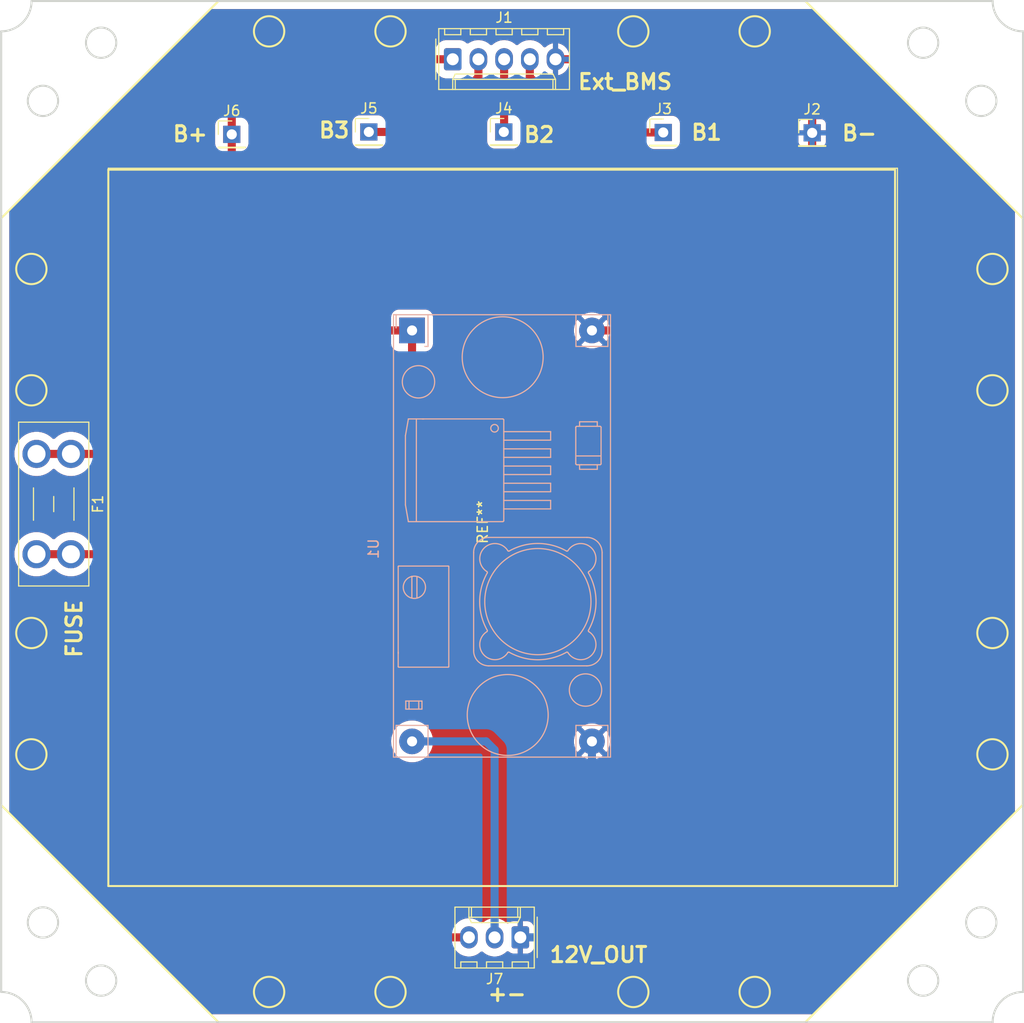
<source format=kicad_pcb>
(kicad_pcb (version 20211014) (generator pcbnew)
  (layers (0 "F.Cu" signal) (31 "B.Cu" signal) (34 "B.Paste" user) (35 "F.Paste" user) (36 "B.SilkS" user "B.Silkscreen") (37 "F.SilkS" user "F.Silkscreen") (38 "B.Mask" user) (39 "F.Mask" user) (44 "Edge.Cuts" user))
  (net 0 "")
  (net 1 "Net-(F1-Pad1)")
  (net 2 "Net-(F1-Pad2)")
  (net 3 "Net-(J1-Pad2)")
  (net 4 "Net-(J1-Pad3)")
  (net 5 "Net-(J1-Pad4)")
  (net 6 "GND")
  (net 7 "Net-(U1-Pad4)")
  (footprint "Connector_PinHeader_2.54mm:PinHeader_1x01_P2.54mm_Vertical" (layer "F.Cu") (at 143.15 59.27)
    (fp_text reference "J5" (at 0 -2.33) (layer "F.SilkS"))
    (fp_text value "Conn_01x01_Male")
    (fp_line (start 1.33 1.27) (end 1.33 1.33) (layer "F.SilkS") (width 0.12))
    (fp_line (start -1.33 1.27) (end 1.33 1.27) (layer "F.SilkS") (width 0.12))
    (fp_line (start -1.33 -1.33) (end 0 -1.33) (layer "F.SilkS") (width 0.12))
    (fp_line (start -1.33 1.27) (end -1.33 1.33) (layer "F.SilkS") (width 0.12))
    (fp_line (start -1.33 0) (end -1.33 -1.33) (layer "F.SilkS") (width 0.12))
    (fp_line (start -1.33 1.33) (end 1.33 1.33) (layer "F.SilkS") (width 0.12))
    (pad "1" thru_hole rect (at 0 0) (size 1.7 1.7) (drill 1) (layers *.Cu *.Mask) (net 3 "Net-(J1-Pad2)"))
  )
  (footprint "Connector_PinHeader_2.54mm:PinHeader_1x01_P2.54mm_Vertical" (layer "F.Cu") (at 129.6 59.51)
    (fp_text reference "J6" (at 0 -2.33) (layer "F.SilkS"))
    (fp_text value "Conn_01x01_Male")
    (fp_line (start -1.33 -1.33) (end 0 -1.33) (layer "F.SilkS") (width 0.12))
    (fp_line (start -1.33 1.27) (end 1.33 1.27) (layer "F.SilkS") (width 0.12))
    (fp_line (start -1.33 1.27) (end -1.33 1.33) (layer "F.SilkS") (width 0.12))
    (fp_line (start -1.33 0) (end -1.33 -1.33) (layer "F.SilkS") (width 0.12))
    (fp_line (start -1.33 1.33) (end 1.33 1.33) (layer "F.SilkS") (width 0.12))
    (fp_line (start 1.33 1.27) (end 1.33 1.33) (layer "F.SilkS") (width 0.12))
    (pad "1" thru_hole rect (at 0 0) (size 1.7 1.7) (drill 1) (layers *.Cu *.Mask) (net 1 "Net-(F1-Pad1)"))
  )
  (footprint "Fuse:Fuseholder_Blade_Mini_Keystone_3568" (layer "F.Cu") (at 113.7 91.11 -90)
    (fp_text reference "F1" (at 4.96 -2.67 90) (layer "F.SilkS"))
    (fp_text value "Fuse")
    (fp_line (start -3.14 -1.77) (end -3.14 5.17) (layer "F.SilkS") (width 0.12))
    (fp_line (start 6.56 3.7) (end 3.36 3.7) (layer "F.SilkS") (width 0.12))
    (fp_line (start 13.06 -1.77) (end -3.14 -1.77) (layer "F.SilkS") (width 0.12))
    (fp_line (start -3.14 5.17) (end 13.06 5.17) (layer "F.SilkS") (width 0.12))
    (fp_line (start 4.21 1.7) (end 5.71 1.7) (layer "F.SilkS") (width 0.12))
    (fp_line (start 13.06 5.17) (end 13.06 -1.77) (layer "F.SilkS") (width 0.12))
    (fp_line (start 3.36 -0.3) (end 6.56 -0.3) (layer "F.SilkS") (width 0.12))
    (pad "1" thru_hole circle (at 0 0 270) (size 2.78 2.78) (drill 1.78) (layers *.Cu *.Mask) (net 1 "Net-(F1-Pad1)"))
    (pad "1" thru_hole circle (at 0 3.4 270) (size 2.78 2.78) (drill 1.78) (layers *.Cu *.Mask) (net 1 "Net-(F1-Pad1)"))
    (pad "2" thru_hole circle (at 9.92 0 270) (size 2.78 2.78) (drill 1.78) (layers *.Cu *.Mask) (net 2 "Net-(F1-Pad2)"))
    (pad "2" thru_hole circle (at 9.92 3.4 270) (size 2.78 2.78) (drill 1.78) (layers *.Cu *.Mask) (net 2 "Net-(F1-Pad2)"))
  )
  (footprint "Connector_Molex:Molex_KK-254_AE-6410-03A_1x03_P2.54mm_Vertical" (layer "F.Cu") (at 158.12 138.92 180)
    (fp_text reference "J7" (at 2.54 -4.12 180) (layer "F.SilkS"))
    (fp_text value "Conn_01x02_Male")
    (fp_line (start 5.08 1.99) (end 5.08 2.99) (layer "F.SilkS") (width 0.12))
    (fp_line (start -1.38 2.99) (end 6.46 2.99) (layer "F.SilkS") (width 0.12))
    (fp_line (start 6.46 -3.03) (end -1.38 -3.03) (layer "F.SilkS") (width 0.12))
    (fp_line (start 5.88 -2.43) (end 5.88 -3.03) (layer "F.SilkS") (width 0.12))
    (fp_line (start 6.46 2.99) (end 6.46 -3.03) (layer "F.SilkS") (width 0.12))
    (fp_line (start 1.74 -3.03) (end 1.74 -2.43) (layer "F.SilkS") (width 0.12))
    (fp_line (start -0.8 -3.03) (end -0.8 -2.43) (layer "F.SilkS") (width 0.12))
    (fp_line (start 3.34 -2.43) (end 3.34 -3.03) (layer "F.SilkS") (width 0.12))
    (fp_line (start 1.74 -2.43) (end 3.34 -2.43) (layer "F.SilkS") (width 0.12))
    (fp_line (start 0.25 1.46) (end 4.83 1.46) (layer "F.SilkS") (width 0.12))
    (fp_line (start 0 2.99) (end 0 1.99) (layer "F.SilkS") (width 0.12))
    (fp_line (start 0.25 2.99) (end 0.25 1.99) (layer "F.SilkS") (width 0.12))
    (fp_line (start -1.38 -3.03) (end -1.38 2.99) (layer "F.SilkS") (width 0.12))
    (fp_line (start 4.28 -2.43) (end 5.88 -2.43) (layer "F.SilkS") (width 0.12))
    (fp_line (start 4.83 2.99) (end 4.83 1.99) (layer "F.SilkS") (width 0.12))
    (fp_line (start 0.8 -2.43) (end 0.8 -3.03) (layer "F.SilkS") (width 0.12))
    (fp_line (start 4.28 -3.03) (end 4.28 -2.43) (layer "F.SilkS") (width 0.12))
    (fp_line (start 4.83 1.46) (end 5.08 1.99) (layer "F.SilkS") (width 0.12))
    (fp_line (start -0.8 -2.43) (end 0.8 -2.43) (layer "F.SilkS") (width 0.12))
    (fp_line (start -1.67 -2) (end -1.67 2) (layer "F.SilkS") (width 0.12))
    (fp_line (start 0 1.99) (end 5.08 1.99) (layer "F.SilkS") (width 0.12))
    (fp_line (start 0 1.99) (end 0.25 1.46) (layer "F.SilkS") (width 0.12))
    (pad "1" thru_hole roundrect (at 0 0 180) (size 1.74 2.19) (drill 1.19) (layers *.Cu *.Mask) (roundrect_rratio 0.143678) (net 6 "GND"))
    (pad "2" thru_hole oval (at 2.54 0 180) (size 1.74 2.19) (drill 1.19) (layers *.Cu *.Mask) (net 7 "Net-(U1-Pad4)"))
    (pad "3" thru_hole oval (at 5.08 0 180) (size 1.74 2.19) (drill 1.19) (layers *.Cu *.Mask) (net 2 "Net-(F1-Pad2)"))
  )
  (footprint "Connector_PinHeader_2.54mm:PinHeader_1x01_P2.54mm_Vertical" (layer "F.Cu") (at 156.49 59.27)
    (fp_text reference "J4" (at 0 -2.33) (layer "F.SilkS"))
    (fp_text value "Conn_01x01_Male")
    (fp_line (start -1.33 1.27) (end -1.33 1.33) (layer "F.SilkS") (width 0.12))
    (fp_line (start 1.33 1.27) (end 1.33 1.33) (layer "F.SilkS") (width 0.12))
    (fp_line (start -1.33 -1.33) (end 0 -1.33) (layer "F.SilkS") (width 0.12))
    (fp_line (start -1.33 1.33) (end 1.33 1.33) (layer "F.SilkS") (width 0.12))
    (fp_line (start -1.33 1.27) (end 1.33 1.27) (layer "F.SilkS") (width 0.12))
    (fp_line (start -1.33 0) (end -1.33 -1.33) (layer "F.SilkS") (width 0.12))
    (pad "1" thru_hole rect (at 0 0) (size 1.7 1.7) (drill 1) (layers *.Cu *.Mask) (net 4 "Net-(J1-Pad3)"))
  )
  (footprint "Connector_PinHeader_2.54mm:PinHeader_1x01_P2.54mm_Vertical" (layer "F.Cu") (at 186.97 59.36)
    (fp_text reference "J2" (at 0 -2.33) (layer "F.SilkS"))
    (fp_text value "Conn_01x01_Male")
    (fp_line (start -1.33 1.33) (end 1.33 1.33) (layer "F.SilkS") (width 0.12))
    (fp_line (start -1.33 -1.33) (end 0 -1.33) (layer "F.SilkS") (width 0.12))
    (fp_line (start -1.33 0) (end -1.33 -1.33) (layer "F.SilkS") (width 0.12))
    (fp_line (start -1.33 1.27) (end 1.33 1.27) (layer "F.SilkS") (width 0.12))
    (fp_line (start 1.33 1.27) (end 1.33 1.33) (layer "F.SilkS") (width 0.12))
    (fp_line (start -1.33 1.27) (end -1.33 1.33) (layer "F.SilkS") (width 0.12))
    (pad "1" thru_hole rect (at 0 0) (size 1.7 1.7) (drill 1) (layers *.Cu *.Mask) (net 6 "GND"))
  )
  (footprint "Connector_Molex:Molex_KK-254_AE-6410-05A_1x05_P2.54mm_Vertical" (layer "F.Cu") (at 151.44 52.08)
    (fp_text reference "J1" (at 5.08 -4.12) (layer "F.SilkS"))
    (fp_text value "Conn_01x05_Male")
    (fp_line (start 9.36 -2.43) (end 10.96 -2.43) (layer "F.SilkS") (width 0.12))
    (fp_line (start 0.25 1.46) (end 9.91 1.46) (layer "F.SilkS") (width 0.12))
    (fp_line (start 4.28 -2.43) (end 5.88 -2.43) (layer "F.SilkS") (width 0.12))
    (fp_line (start 6.82 -2.43) (end 8.42 -2.43) (layer "F.SilkS") (width 0.12))
    (fp_line (start 1.74 -2.43) (end 3.34 -2.43) (layer "F.SilkS") (width 0.12))
    (fp_line (start -1.67 -2) (end -1.67 2) (layer "F.SilkS") (width 0.12))
    (fp_line (start 9.91 1.46) (end 10.16 1.99) (layer "F.SilkS") (width 0.12))
    (fp_line (start 9.91 2.99) (end 9.91 1.99) (layer "F.SilkS") (width 0.12))
    (fp_line (start -0.8 -2.43) (end 0.8 -2.43) (layer "F.SilkS") (width 0.12))
    (fp_line (start 4.28 -3.03) (end 4.28 -2.43) (layer "F.SilkS") (width 0.12))
    (fp_line (start -0.8 -3.03) (end -0.8 -2.43) (layer "F.SilkS") (width 0.12))
    (fp_line (start -1.38 2.99) (end 11.54 2.99) (layer "F.SilkS") (width 0.12))
    (fp_line (start 10.16 1.99) (end 10.16 2.99) (layer "F.SilkS") (width 0.12))
    (fp_line (start 11.54 -3.03) (end -1.38 -3.03) (layer "F.SilkS") (width 0.12))
    (fp_line (start 1.74 -3.03) (end 1.74 -2.43) (layer "F.SilkS") (width 0.12))
    (fp_line (start 10.96 -2.43) (end 10.96 -3.03) (layer "F.SilkS") (width 0.12))
    (fp_line (start 0 1.99) (end 0.25 1.46) (layer "F.SilkS") (width 0.12))
    (fp_line (start 11.54 2.99) (end 11.54 -3.03) (layer "F.SilkS") (width 0.12))
    (fp_line (start -1.38 -3.03) (end -1.38 2.99) (layer "F.SilkS") (width 0.12))
    (fp_line (start 0 1.99) (end 10.16 1.99) (layer "F.SilkS") (width 0.12))
    (fp_line (start 8.42 -2.43) (end 8.42 -3.03) (layer "F.SilkS") (width 0.12))
    (fp_line (start 0 2.99) (end 0 1.99) (layer "F.SilkS") (width 0.12))
    (fp_line (start 5.88 -2.43) (end 5.88 -3.03) (layer "F.SilkS") (width 0.12))
    (fp_line (start 6.82 -3.03) (end 6.82 -2.43) (layer "F.SilkS") (width 0.12))
    (fp_line (start 3.34 -2.43) (end 3.34 -3.03) (layer "F.SilkS") (width 0.12))
    (fp_line (start 0.8 -2.43) (end 0.8 -3.03) (layer "F.SilkS") (width 0.12))
    (fp_line (start 9.36 -3.03) (end 9.36 -2.43) (layer "F.SilkS") (width 0.12))
    (fp_line (start 0.25 2.99) (end 0.25 1.99) (layer "F.SilkS") (width 0.12))
    (pad "1" thru_hole roundrect (at 0 0) (size 1.74 2.19) (drill 1.19) (layers *.Cu *.Mask) (roundrect_rratio 0.143678) (net 1 "Net-(F1-Pad1)"))
    (pad "2" thru_hole oval (at 2.54 0) (size 1.74 2.19) (drill 1.19) (layers *.Cu *.Mask) (net 3 "Net-(J1-Pad2)"))
    (pad "3" thru_hole oval (at 5.08 0) (size 1.74 2.19) (drill 1.19) (layers *.Cu *.Mask) (net 4 "Net-(J1-Pad3)"))
    (pad "4" thru_hole oval (at 7.62 0) (size 1.74 2.19) (drill 1.19) (layers *.Cu *.Mask) (net 5 "Net-(J1-Pad4)"))
    (pad "5" thru_hole oval (at 10.16 0) (size 1.74 2.19) (drill 1.19) (layers *.Cu *.Mask) (net 6 "GND"))
  )
  (footprint "soporteplasticobaterias:plastico" (layer "F.Cu") (at 117.4 133.86 90)
    (fp_text reference "REF**" (at 36 37 90 unlocked) (layer "F.SilkS"))
    (fp_text value "plastico")
    (fp_line (start 71 0) (end 71 78) (layer "F.SilkS") (width 0.12))
    (fp_line (start 0 78) (end 0 0) (layer "F.SilkS") (width 0.12))
    (fp_line (start 0 0) (end 71 0) (layer "F.SilkS") (width 0.12))
    (fp_line (start 71 78) (end 0 78) (layer "F.SilkS") (width 0.12))
  )
  (footprint "Connector_PinHeader_2.54mm:PinHeader_1x01_P2.54mm_Vertical" (layer "F.Cu") (at 172.25 59.32)
    (fp_text reference "J3" (at 0 -2.33) (layer "F.SilkS"))
    (fp_text value "Conn_01x01_Male")
    (fp_line (start -1.33 1.33) (end 1.33 1.33) (layer "F.SilkS") (width 0.12))
    (fp_line (start -1.33 -1.33) (end 0 -1.33) (layer "F.SilkS") (width 0.12))
    (fp_line (start -1.33 1.27) (end 1.33 1.27) (layer "F.SilkS") (width 0.12))
    (fp_line (start -1.33 0) (end -1.33 -1.33) (layer "F.SilkS") (width 0.12))
    (fp_line (start -1.33 1.27) (end -1.33 1.33) (layer "F.SilkS") (width 0.12))
    (fp_line (start 1.33 1.27) (end 1.33 1.33) (layer "F.SilkS") (width 0.12))
    (pad "1" thru_hole rect (at 0 0) (size 1.7 1.7) (drill 1) (layers *.Cu *.Mask) (net 5 "Net-(J1-Pad4)"))
  )
  (footprint "LM2596:YAAJ_DCDC_StepDown_LM2596" (layer "B.Cu") (at 147.42 78.9 -90)
    (fp_text reference "U1" (at 21.59 3.81 90) (layer "B.SilkS") (effects (justify mirror)))
    (fp_text value "YAAJ_DCDC_StepDown_LM2596")
    (fp_line (start 39.06 -19.36) (end 42.175 -19.36) (layer "B.SilkS") (width 0.12))
    (fp_line (start 24.348594 -0.007294) (end 24.355764 0.023925) (layer "B.SilkS") (width 0.12))
    (fp_line (start 33.299783 1.317705) (end 33.299783 -3.582294) (layer "B.SilkS") (width 0.12))
    (fp_line (start 24.348594 -0.007294) (end 24.324147 -0.002062) (layer "B.SilkS") (width 0.12))
    (fp_line (start 39.06 -1.58) (end 39.06 1.58) (layer "B.SilkS") (width 0.12))
    (fp_line (start 11.710233 -13.69667) (end 12.550233 -13.69667) (layer "B.SilkS") (width 0.12))
    (fp_line (start 8.750233 -8.989106) (end 8.827797 -9.06667) (layer "B.SilkS") (width 0.12))
    (fp_line (start -1.55 -16.2) (end 1.58 -16.2) (layer "B.SilkS") (width 0.12))
    (fp_line (start 13.731636 -16.558217) (end 13.731636 -18.308217) (layer "B.SilkS") (width 0.12))
    (fp_line (start 9.581636 -16.183217) (end 13.181636 -16.183217) (layer "B.SilkS") (width 0.12))
    (fp_line (start 33.167397 -17.285796) (end 33.167397 -7.585796) (layer "B.SilkS") (width 0.12))
    (fp_line (start 16.810233 -13.69667) (end 16.810233 -9.06667) (layer "B.SilkS") (width 0.12))
    (fp_line (start 9.481636 -18.583217) (end 9.481636 -16.283217) (layer "B.SilkS") (width 0.12))
    (fp_line (start 18.83267 -9.06667) (end 18.910233 -8.989106) (layer "B.SilkS") (width 0.12))
    (fp_line (start 8.827797 -9.06667) (end 18.83267 -9.06667) (layer "B.SilkS") (width 0.12))
    (fp_line (start 10.010233 -13.69667) (end 10.010233 -9.06667) (layer "B.SilkS") (width 0.12))
    (fp_line (start 37.448681 0.619704) (end 36.648681 0.619704) (layer "B.SilkS") (width 0.12))
    (fp_line (start 9.031636 -16.558217) (end 9.481636 -16.558217) (layer "B.SilkS") (width 0.12))
    (fp_line (start 39.06 -16.2) (end 42.175 -16.2) (layer "B.SilkS") (width 0.12))
    (fp_line (start 15.110233 -13.69667) (end 15.110233 -9.06667) (layer "B.SilkS") (width 0.12))
    (fp_line (start 31.858978 1.368705) (end 31.814106 1.368705) (layer "B.SilkS") (width 0.12))
    (fp_line (start 17.260233 0.653329) (end 18.910233 0.36239) (layer "B.SilkS") (width 0.12))
    (fp_line (start 8.749233 -1.004149) (end 8.749233 -1.165687) (layer "B.SilkS") (width 0.12))
    (fp_line (start 24.336385 0.0491) (end 24.360553 0.017705) (layer "B.SilkS") (width 0.12))
    (fp_line (start 9.031636 -18.308217) (end 9.031636 -16.558217) (layer "B.SilkS") (width 0.12))
    (fp_line (start -1.55 -19.36) (end 1.58 -19.36) (layer "B.SilkS") (width 0.12))
    (fp_line (start 11.710233 -13.69667) (end 11.710233 -9.06667) (layer "B.SilkS") (width 0.12))
    (fp_line (start 23.299783 -3.582294) (end 23.299783 1.317705) (layer "B.SilkS") (width 0.12))
    (fp_line (start 12.550233 -13.69667) (end 12.550233 -9.06667) (layer "B.SilkS") (width 0.12))
    (fp_line (start 26.439014 0.017705) (end 24.360553 0.017705) (layer "B.SilkS") (width 0.12))
    (fp_line (start -1.55 1.58) (end -0.25 1.58) (layer "B.SilkS") (width 0.12))
    (fp_line (start 23.349783 1.367705) (end 33.249783 1.367705) (layer "B.SilkS") (width 0.12))
    (fp_line (start 14.250233 -13.69667) (end 14.250233 -9.06667) (layer "B.SilkS") (width 0.12))
    (fp_line (start 13.281636 -16.283217) (end 13.281636 -18.583217) (layer "B.SilkS") (width 0.12))
    (fp_line (start 10.400233 0.653329) (end 17.260233 0.653329) (layer "B.SilkS") (width 0.12))
    (fp_line (start 37.448681 -0.980295) (end 36.648681 -0.980295) (layer "B.SilkS") (width 0.12))
    (fp_line (start 20.467397 -7.585796) (end 20.467397 -17.285796) (layer "B.SilkS") (width 0.12))
    (fp_line (start 31.667397 -6.085796) (end 21.967397 -6.085796) (layer "B.SilkS") (width 0.12))
    (fp_line (start 42.195 -19.615) (end 42.195 1.835) (layer "B.SilkS") (width 0.12))
    (fp_line (start -1.555 -19.615) (end 42.195 -19.615) (layer "B.SilkS") (width 0.12))
    (fp_line (start 10.010233 -13.69667) (end 10.850233 -13.69667) (layer "B.SilkS") (width 0.12))
    (fp_line (start 18.910233 -0.42667) (end 8.750233 -0.42667) (layer "B.SilkS") (width 0.12))
    (fp_line (start 36.648681 -0.980295) (end 36.648681 0.619704) (layer "B.SilkS") (width 0.12))
    (fp_line (start 33.249783 -3.632294) (end 23.349783 -3.632294) (layer "B.SilkS") (width 0.12))
    (fp_line (start 8.750233 0.36239) (end 10.400233 0.653329) (layer "B.SilkS") (width 0.12))
    (fp_line (start 13.282636 -16.794696) (end 13.282636 -16.700144) (layer "B.SilkS") (width 0.12))
    (fp_line (start 36.648681 0.299704) (end 37.448681 0.299704) (layer "B.SilkS") (width 0.12))
    (fp_line (start 13.410233 -13.69667) (end 14.250233 -13.69667) (layer "B.SilkS") (width 0.12))
    (fp_line (start -1.55 -1.575) (end 1.58 -1.58) (layer "B.SilkS") (width 0.12))
    (fp_line (start 1.58 -16.2) (end 1.58 -19.36) (layer "B.SilkS") (width 0.12))
    (fp_line (start 31.942312 1.368705) (end 31.908357 1.368705) (layer "B.SilkS") (width 0.12))
    (fp_line (start 13.281636 -16.558217) (end 13.731636 -16.558217) (layer "B.SilkS") (width 0.12))
    (fp_line (start 9.481636 -18.308217) (end 9.031636 -18.308217) (layer "B.SilkS") (width 0.12))
    (fp_line (start 16.810233 -13.69667) (end 17.650233 -13.69667) (layer "B.SilkS") (width 0.12))
    (fp_line (start 21.967397 -18.785796) (end 31.667397 -18.785796) (layer "B.SilkS") (width 0.12))
    (fp_line (start 13.410233 -13.69667) (end 13.410233 -9.06667) (layer "B.SilkS") (width 0.12))
    (fp_line (start 13.731636 -18.308217) (end 13.281636 -18.308217) (layer "B.SilkS") (width 0.12))
    (fp_line (start 15.950233 -13.69667) (end 15.950233 -9.06667) (layer "B.SilkS") (width 0.12))
    (fp_line (start -1.555 1.835) (end -1.555 -19.615) (layer "B.SilkS") (width 0.12))
    (fp_line (start 1.58 -1.27) (end 1.58 -1.58) (layer "B.SilkS") (width 0.12))
    (fp_line (start 17.650233 -13.69667) (end 17.650233 -9.06667) (layer "B.SilkS") (width 0.12))
    (fp_line (start 8.750233 -8.989106) (end 8.750233 0.36239) (layer "B.SilkS") (width 0.12))
    (fp_line (start 10.850233 -13.69667) (end 10.850233 -9.06667) (layer "B.SilkS") (width 0.12))
    (fp_line (start 24.360553 -0.482294) (end 26.439014 -0.482294) (layer "B.SilkS") (width 0.12))
    (fp_line (start 39.06 1.58) (end 42.175 1.58) (layer "B.SilkS") (width 0.12))
    (fp_line (start 15.110233 -13.69667) (end 15.950233 -13.69667) (layer "B.SilkS") (width 0.12))
    (fp_line (start 13.181636 -18.683217) (end 9.581636 -18.683217) (layer "B.SilkS") (width 0.12))
    (fp_line (start 24.348594 -0.007294) (end 24.360553 0.017705) (layer "B.SilkS") (width 0.12))
    (fp_line (start 18.910233 -8.989106) (end 18.910233 0.36239) (layer "B.SilkS") (width 0.12))
    (fp_line (start 39.06 -1.58) (end 42.22 -1.58) (layer "B.SilkS") (width 0.12))
    (fp_line (start 42.195 1.835) (end -1.555 1.835) (layer "B.SilkS") (width 0.12))
    (fp_line (start 37.448681 -0.660295) (end 36.648681 -0.660295) (layer "B.SilkS") (width 0.12))
    (fp_line (start 37.448681 0.619704) (end 37.448681 -0.980295) (layer "B.SilkS") (width 0.12))
    (fp_line (start 39.06 -19.36) (end 39.06 -16.2) (layer "B.SilkS") (width 0.12))
    (fp_line (start 12.411358 -16.283217) (end 12.411358 -18.583217) (layer "B.SilkS") (width 0.12))
    (fp_arc (start 23.299783 -3.582294) (mid 23.314425 -3.617659) (end 23.349783 -3.632294) (layer "B.SilkS") (width 0.12))
    (fp_arc (start 21.815218 -9.600183) (mid 21.825121 -9.526258) (end 21.781131 -9.46601) (layer "B.SilkS") (width 0.12))
    (fp_arc (start 23.847611 -7.399531) (mid 21.514149 -7.13255) (end 21.781132 -9.466011) (layer "B.SilkS") (width 0.12))
    (fp_arc (start 23.981783 -17.437976) (mid 23.907858 -17.428073) (end 23.847611 -17.472062) (layer "B.SilkS") (width 0.12))
    (fp_arc (start 31.853662 -9.466011) (mid 31.809641 -9.526251) (end 31.819577 -9.600184) (layer "B.SilkS") (width 0.12))
    (fp_arc (start 23.349783 1.367705) (mid 23.314437 1.353055) (end 23.299783 1.317705) (layer "B.SilkS") (width 0.12))
    (fp_arc (start 33.249783 -3.632294) (mid 33.285147 -3.617655) (end 33.299783 -3.582294) (layer "B.SilkS") (width 0.12))
    (fp_arc (start 24.336385 -0.51369) (mid 26.469639 0.023582) (end 24.324148 -0.462527) (layer "B.SilkS") (width 0.12))
    (fp_arc (start 31.819576 -15.27141) (mid 31.809669 -15.345338) (end 31.853663 -15.405583) (layer "B.SilkS") (width 0.12))
    (fp_arc (start 29.787183 -17.472062) (mid 32.120652 -17.739051) (end 31.853662 -15.405582) (layer "B.SilkS") (width 0.12))
    (fp_arc (start 31.853662 -9.466011) (mid 32.120698 -7.132504) (end 29.787183 -7.399531) (layer "B.SilkS") (width 0.12))
    (fp_arc (start 33.167397 -7.585796) (mid 32.728056 -6.525139) (end 31.667397 -6.085796) (layer "B.SilkS") (width 0.12))
    (fp_arc (start 9.481636 -18.583217) (mid 9.510934 -18.653904) (end 9.581636 -18.683217) (layer "B.SilkS") (width 0.12))
    (fp_arc (start 20.467397 -17.285796) (mid 20.906735 -18.34646) (end 21.967397 -18.785796) (layer "B.SilkS") (width 0.12))
    (fp_arc (start 33.299783 1.317705) (mid 33.285136 1.353051) (end 33.249783 1.367705) (layer "B.SilkS") (width 0.12))
    (fp_arc (start 29.653011 -7.433617) (mid 29.726938 -7.443524) (end 29.787183 -7.399531) (layer "B.SilkS") (width 0.12))
    (fp_arc (start 31.667397 -18.785796) (mid 32.728058 -18.346457) (end 33.167397 -17.285796) (layer "B.SilkS") (width 0.12))
    (fp_arc (start 9.581636 -16.183217) (mid 9.510908 -16.212495) (end 9.481636 -16.283217) (layer "B.SilkS") (width 0.12))
    (fp_arc (start 13.181636 -18.683217) (mid 13.252329 -18.653916) (end 13.281636 -18.583217) (layer "B.SilkS") (width 0.12))
    (fp_arc (start 21.967397 -6.085796) (mid 20.906737 -6.525137) (end 20.467397 -7.585796) (layer "B.SilkS") (width 0.12))
    (fp_arc (start 21.781132 -15.405582) (mid 21.514097 -17.739104) (end 23.847611 -17.472062) (layer "B.SilkS") (width 0.12))
    (fp_arc (start 13.281636 -16.283217) (mid 13.252355 -16.212483) (end 13.181636 -16.183217) (layer "B.SilkS") (width 0.12))
    (fp_arc (start 23.847611 -7.399531) (mid 23.90785 -7.443555) (end 23.981783 -7.433617) (layer "B.SilkS") (width 0.12))
    (fp_arc (start 29.787183 -17.472062) (mid 29.726944 -17.428045) (end 29.653011 -17.437976) (layer "B.SilkS") (width 0.12))
    (fp_arc (start 29.653011 -7.433617) (mid 26.817398 -6.685796) (end 23.981784 -7.433617) (layer "B.SilkS") (width 0.12))
    (fp_arc (start 23.981783 -17.437976) (mid 26.817397 -18.185797) (end 29.653011 -17.437976) (layer "B.SilkS") (width 0.12))
    (fp_arc (start 31.819576 -15.27141) (mid 32.567396 -12.435797) (end 31.819576 -9.600183) (layer "B.SilkS") (width 0.12))
    (fp_arc (start 21.815218 -9.600183) (mid 21.067396 -12.435797) (end 21.815218 -15.27141) (layer "B.SilkS") (width 0.12))
    (fp_arc (start 21.781132 -15.405582) (mid 21.825151 -15.345343) (end 21.815217 -15.271409) (layer "B.SilkS") (width 0.12))
    (fp_circle (center 38.029307 -9.455206) (end 42.029307 -9.455206) (layer "B.SilkS") (width 0.12) (fill none))
    (fp_circle (center 2.646666 -8.957418) (end 6.646666 -8.957418) (layer "B.SilkS") (width 0.12) (fill none))
    (fp_circle (center 9.673179 -8.154594) (end 10.048179 -8.154594) (layer "B.SilkS") (width 0.12) (fill none))
    (fp_circle (center 26.817397 -12.435796) (end 32.067397 -12.435796) (layer "B.SilkS") (width 0.12) (fill none))
    (fp_circle (center 35.56 -17.145) (end 37.159 -17.145) (layer "B.SilkS") (width 0.12) (fill none))
    (fp_circle (center 5.08 -0.635) (end 6.678999 -0.635) (layer "B.SilkS") (width 0.12) (fill none))
    (pad "1" thru_hole rect locked (at 0 0 270) (size 2.54 2.54) (drill 1) (layers *.Cu *.Mask) (net 2 "Net-(F1-Pad2)"))
    (pad "2" thru_hole circle locked (at 0 -17.78 270) (size 2.54 2.54) (drill 1) (layers *.Cu *.Mask) (net 6 "GND"))
    (pad "3" thru_hole circle locked (at 40.64 -17.78 270) (size 2.54 2.54) (drill 1) (layers *.Cu *.Mask) (net 6 "GND"))
    (pad "4" thru_hole circle locked (at 40.64 0 270) (size 2.54 2.54) (drill 1) (layers *.Cu *.Mask) (net 7 "Net-(U1-Pad4)"))
  )
  (gr_circle (center 181.29 144.32) (end 182.79 144.32) (layer "F.SilkS") (width 0.2) (fill none))
  (gr_circle (center 109.79 72.82) (end 111.29 72.82) (layer "F.SilkS") (width 0.2) (fill none))
  (gr_circle (center 169.29 49.32) (end 170.79 49.32) (layer "F.SilkS") (width 0.2) (fill none))
  (gr_line (start 195.162928 133.844173) (end 195.162928 63.000131) (layer "F.SilkS") (width 0.2))
  (gr_line (start 186.29 46.32) (end 207.79 67.82) (layer "F.SilkS") (width 0.2))
  (gr_line (start 186.29 147.32) (end 128.29 147.32) (layer "F.SilkS") (width 0.2))
  (gr_line (start 195.162928 63.000131) (end 117.397242 63.000131) (layer "F.SilkS") (width 0.2))
  (gr_circle (center 133.29 49.32) (end 134.79 49.32) (layer "F.SilkS") (width 0.2) (fill none))
  (gr_circle (center 109.79 108.82) (end 111.29 108.82) (layer "F.SilkS") (width 0.2) (fill none))
  (gr_line (start 106.79 67.82) (end 128.29 46.32) (layer "F.SilkS") (width 0.2))
  (gr_line (start 207.79 125.82) (end 186.29 147.32) (layer "F.SilkS") (width 0.2))
  (gr_circle (center 145.29 144.32) (end 146.79 144.32) (layer "F.SilkS") (width 0.2) (fill none))
  (gr_line (start 106.79 125.82) (end 106.79 67.82) (layer "F.SilkS") (width 0.2))
  (gr_line (start 128.29 147.32) (end 106.79 125.82) (layer "F.SilkS") (width 0.2))
  (gr_line (start 117.397242 63.000131) (end 117.397242 133.844173) (layer "F.SilkS") (width 0.2))
  (gr_line (start 117.397242 133.844173) (end 195.162928 133.844173) (layer "F.SilkS") (width 0.2))
  (gr_line (start 128.29 46.32) (end 186.29 46.32) (layer "F.SilkS") (width 0.2))
  (gr_line (start 207.79 67.82) (end 207.79 125.82) (layer "F.SilkS") (width 0.2))
  (gr_circle (center 133.29 144.32) (end 134.79 144.32) (layer "F.SilkS") (width 0.2) (fill none))
  (gr_circle (center 204.79 84.82) (end 206.29 84.82) (layer "F.SilkS") (width 0.2) (fill none))
  (gr_circle (center 145.29 49.32) (end 146.79 49.32) (layer "F.SilkS") (width 0.2) (fill none))
  (gr_circle (center 109.79 120.82) (end 111.29 120.82) (layer "F.SilkS") (width 0.2) (fill none))
  (gr_circle (center 204.79 108.82) (end 206.29 108.82) (layer "F.SilkS") (width 0.2) (fill none))
  (gr_circle (center 109.79 84.82) (end 111.29 84.82) (layer "F.SilkS") (width 0.2) (fill none))
  (gr_circle (center 204.79 120.82) (end 206.29 120.82) (layer "F.SilkS") (width 0.2) (fill none))
  (gr_circle (center 169.29 144.32) (end 170.79 144.32) (layer "F.SilkS") (width 0.2) (fill none))
  (gr_circle (center 204.79 72.82) (end 206.29 72.82) (layer "F.SilkS") (width 0.2) (fill none))
  (gr_circle (center 181.29 49.32) (end 182.79 49.32) (layer "F.SilkS") (width 0.2) (fill none))
  (gr_arc (start 207.81 49.32) (mid 205.68868 48.44132) (end 204.81 46.32) (layer "Edge.Cuts") (width 0.2))
  (gr_circle (center 116.685 143.195) (end 118.185 143.195) (layer "Edge.Cuts") (width 0.2) (fill none))
  (gr_circle (center 110.935 56.195) (end 112.435 56.195) (layer "Edge.Cuts") (width 0.2) (fill none))
  (gr_arc (start 204.81 147.32) (mid 205.68868 145.19868) (end 207.81 144.32) (layer "Edge.Cuts") (width 0.2))
  (gr_line (start 106.81 144.32) (end 106.81 49.32) (layer "Edge.Cuts") (width 0.2))
  (gr_line (start 204.81 147.32) (end 109.81 147.32) (layer "Edge.Cuts") (width 0.2))
  (gr_arc (start 109.81 46.32) (mid 108.93132 48.44132) (end 106.81 49.32) (layer "Edge.Cuts") (width 0.2))
  (gr_circle (center 197.935 143.195) (end 199.435 143.195) (layer "Edge.Cuts") (width 0.2) (fill none))
  (gr_circle (center 197.935 50.445) (end 199.435 50.445) (layer "Edge.Cuts") (width 0.2) (fill none))
  (gr_circle (center 203.685 56.195) (end 205.185 56.195) (layer "Edge.Cuts") (width 0.2) (fill none))
  (gr_circle (center 110.935 137.445) (end 112.435 137.445) (layer "Edge.Cuts") (width 0.2) (fill none))
  (gr_circle (center 203.685 137.445) (end 205.185 137.445) (layer "Edge.Cuts") (width 0.2) (fill none))
  (gr_line (start 109.81 46.32) (end 204.81 46.32) (layer "Edge.Cuts") (width 0.2))
  (gr_line (start 207.81 49.32) (end 207.81 144.32) (layer "Edge.Cuts") (width 0.2))
  (gr_arc (start 106.81 144.32) (mid 108.93132 145.19868) (end 109.81 147.32) (layer "Edge.Cuts") (width 0.2))
  (gr_circle (center 116.685 50.445) (end 118.185 50.445) (layer "Edge.Cuts") (width 0.2) (fill none))
  (gr_text "12V_OUT" (at 165.86 140.64) (layer "F.SilkS") (effects (font (size 1.5 1.5) (thickness 0.3))))
  (gr_text "B3" (at 139.72 59.1) (layer "F.SilkS") (effects (font (size 1.5 1.5) (thickness 0.3))))
  (gr_text "+-" (at 156.81 144.49) (layer "F.SilkS") (effects (font (size 1.5 1.5) (thickness 0.3))))
  (gr_text "B+" (at 125.49 59.47) (layer "F.SilkS") (effects (font (size 1.5 1.5) (thickness 0.3))))
  (gr_text "B2" (at 159.98 59.54) (layer "F.SilkS") (effects (font (size 1.5 1.5) (thickness 0.3))))
  (gr_text "Ext_BMS" (at 168.47 54.31) (layer "F.SilkS") (effects (font (size 1.5 1.5) (thickness 0.3))))
  (gr_text "B1" (at 176.53 59.32) (layer "F.SilkS") (effects (font (size 1.5 1.5) (thickness 0.3))))
  (gr_text "FUSE" (at 114.02 108.4 90) (layer "F.SilkS") (effects (font (size 1.5 1.5) (thickness 0.3))))
  (gr_text "B-" (at 191.64 59.39) (layer "F.SilkS") (effects (font (size 1.5 1.5) (thickness 0.3))))
  (segment (start 110.3 91.11) (end 113.7 91.11) (width 0.8) (layer "F.Cu") (net 1))
  (segment (start 151.44 52.08) (end 134.88 52.08) (width 0.8) (layer "F.Cu") (net 1))
  (segment (start 123.91 91.11) (end 113.7 91.11) (width 0.8) (layer "F.Cu") (net 1))
  (segment (start 129.6 57.38) (end 129.6 59.51) (width 0.8) (layer "F.Cu") (net 1))
  (segment (start 134.88 52.08) (end 129.59 57.37) (width 0.8) (layer "F.Cu") (net 1))
  (segment (start 129.6 59.51) (end 129.6 85.42) (width 0.8) (layer "F.Cu") (net 1))
  (segment (start 129.59 57.37) (end 129.6 57.38) (width 0.8) (layer "F.Cu") (net 1))
  (segment (start 129.6 85.42) (end 123.91 91.11) (width 0.8) (layer "F.Cu") (net 1))
  (segment (start 143.04 100.95) (end 147.42 96.57) (width 0.8) (layer "F.Cu") (net 2))
  (segment (start 153.04 138.92) (end 147.49 138.92) (width 0.8) (layer "F.Cu") (net 2))
  (segment (start 143.04 134.47) (end 143.04 100.95) (width 0.8) (layer "F.Cu") (net 2))
  (segment (start 113.7 101.03) (end 121.39 101.03) (width 0.8) (layer "F.Cu") (net 2))
  (segment (start 143.52 78.9) (end 147.42 78.9) (width 0.8) (layer "F.Cu") (net 2))
  (segment (start 121.39 101.03) (end 143.52 78.9) (width 0.8) (layer "F.Cu") (net 2))
  (segment (start 147.42 96.57) (end 147.42 78.9) (width 0.8) (layer "F.Cu") (net 2))
  (segment (start 147.49 138.92) (end 143.04 134.47) (width 0.8) (layer "F.Cu") (net 2))
  (segment (start 110.3 101.03) (end 113.7 101.03) (width 0.8) (layer "F.Cu") (net 2))
  (segment (start 153.98 52.08) (end 153.98 53.85) (width 0.8) (layer "F.Cu") (net 3))
  (segment (start 153.98 53.85) (end 148.56 59.27) (width 0.8) (layer "F.Cu") (net 3))
  (segment (start 148.56 59.27) (end 143.15 59.27) (width 0.8) (layer "F.Cu") (net 3))
  (segment (start 156.52 52.08) (end 156.52 59.24) (width 0.8) (layer "F.Cu") (net 4))
  (segment (start 156.52 59.24) (end 156.49 59.27) (width 0.8) (layer "F.Cu") (net 4))
  (segment (start 159.06 52.08) (end 159.06 53.85) (width 0.8) (layer "F.Cu") (net 5))
  (segment (start 159.06 53.85) (end 164.53 59.32) (width 0.8) (layer "F.Cu") (net 5))
  (segment (start 164.53 59.32) (end 172.25 59.32) (width 0.8) (layer "F.Cu") (net 5))
  (segment (start 179.63 78.9) (end 165.2 78.9) (width 0.8) (layer "F.Cu") (net 6))
  (segment (start 186.97 71.76) (end 179.73 79) (width 0.8) (layer "F.Cu") (net 6))
  (segment (start 186.97 59.36) (end 186.97 71.76) (width 0.8) (layer "F.Cu") (net 6))
  (segment (start 161.6 52.08) (end 182 52.08) (width 0.8) (layer "F.Cu") (net 6))
  (segment (start 187.06 57.14) (end 186.97 57.23) (width 0.8) (layer "F.Cu") (net 6))
  (segment (start 186.97 57.23) (end 186.97 59.36) (width 0.8) (layer "F.Cu") (net 6))
  (segment (start 182 52.08) (end 187.06 57.14) (width 0.8) (layer "F.Cu") (net 6))
  (segment (start 179.73 79) (end 179.63 78.9) (width 0.8) (layer "F.Cu") (net 6))
  (segment (start 165.2 134.18) (end 160.46 138.92) (width 0.8) (layer "B.Cu") (net 6))
  (segment (start 165.2 119.54) (end 165.2 134.18) (width 0.8) (layer "B.Cu") (net 6))
  (segment (start 160.46 138.92) (end 158.12 138.92) (width 0.8) (layer "B.Cu") (net 6))
  (segment (start 147.42 119.54) (end 154.74 119.54) (width 0.8) (layer "B.Cu") (net 7))
  (segment (start 155.58 120.38) (end 155.58 138.92) (width 0.8) (layer "B.Cu") (net 7))
  (segment (start 154.74 119.54) (end 155.58 120.38) (width 0.8) (layer "B.Cu") (net 7))
  (zone (net 0) (net_name "") (layers F&B.Cu "Dwgs.User") (name "edge_cleanout") (connect_pads (clearance 0)) (min_thickness 0.254)
    (keepout (tracks not_allowed) (vias not_allowed) (pads not_allowed) (copperpour not_allowed) (footprints not_allowed))
    (fill (thermal_gap 0.508) (thermal_bridge_width 0.508))
    (polygon (pts (xy 186.365 46.285) (xy 204.805 46.285) (xy 207.775 49.255) (xy 207.775 67.645) (xy 207.835 67.705) (xy 207.835 67.755)))
  )
  (zone (net 0) (net_name "") (layers F&B.Cu "Dwgs.User") (name "edge_cleanout") (connect_pads (clearance 0)) (min_thickness 0.254)
    (keepout (tracks not_allowed) (vias not_allowed) (pads not_allowed) (copperpour not_allowed) (footprints not_allowed))
    (fill (thermal_gap 0.508) (thermal_bridge_width 0.508))
    (polygon (pts (xy 106.85 67.76) (xy 106.85 49.32) (xy 109.82 46.35) (xy 128.21 46.35) (xy 128.27 46.29) (xy 128.32 46.29)))
  )
  (zone (net 0) (net_name "") (layers F&B.Cu "Dwgs.User") (name "edge_cleanout") (connect_pads (clearance 0)) (min_thickness 0.254)
    (keepout (tracks not_allowed) (vias not_allowed) (pads not_allowed) (copperpour not_allowed) (footprints not_allowed))
    (fill (thermal_gap 0.508) (thermal_bridge_width 0.508))
    (polygon (pts (xy 128.305 147.345) (xy 109.865 147.345) (xy 106.895 144.375) (xy 106.895 125.985) (xy 106.835 125.925) (xy 106.835 125.875)))
  )
  (zone (net 0) (net_name "") (layers F&B.Cu "Dwgs.User") (name "edge_cleanout") (connect_pads (clearance 0)) (min_thickness 0.254)
    (keepout (tracks not_allowed) (vias not_allowed) (pads not_allowed) (copperpour not_allowed) (footprints not_allowed))
    (fill (thermal_gap 0.508) (thermal_bridge_width 0.508))
    (polygon (pts (xy 207.695 125.965) (xy 207.695 144.405) (xy 204.725 147.375) (xy 186.335 147.375) (xy 186.275 147.435) (xy 186.225 147.435)))
  )
  (zone (net 6) (net_name "GND") (layers F&B.Cu) (connect_pads (clearance 0.8)) (min_thickness 0.4) (fill yes (thermal_gap 0.508) (thermal_bridge_width 0.508))
    (polygon (pts (xy 186.31 46.33) (xy 207.8 67.86) (xy 207.8 125.81) (xy 186.24 147.32) (xy 128.39 147.34) (xy 106.81 125.82) (xy 106.8 68.02) (xy 106.85 67.8) (xy 128.34 46.31)))
  )
)
</source>
